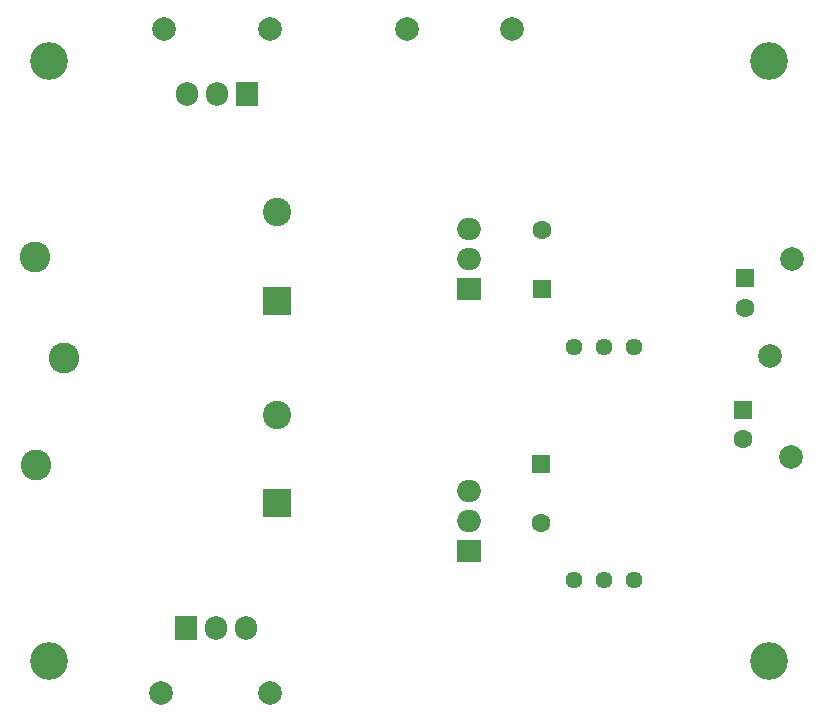
<source format=gbr>
G04 #@! TF.GenerationSoftware,KiCad,Pcbnew,(5.1.10-0-10_14)*
G04 #@! TF.CreationDate,2021-10-12T19:37:20+02:00*
G04 #@! TF.ProjectId,lv-lownoise-psu,6c762d6c-6f77-46e6-9f69-73652d707375,rev?*
G04 #@! TF.SameCoordinates,Original*
G04 #@! TF.FileFunction,Soldermask,Bot*
G04 #@! TF.FilePolarity,Negative*
%FSLAX46Y46*%
G04 Gerber Fmt 4.6, Leading zero omitted, Abs format (unit mm)*
G04 Created by KiCad (PCBNEW (5.1.10-0-10_14)) date 2021-10-12 19:37:20*
%MOMM*%
%LPD*%
G01*
G04 APERTURE LIST*
%ADD10C,1.440000*%
%ADD11C,2.000000*%
%ADD12C,1.600000*%
%ADD13R,1.600000X1.600000*%
%ADD14O,2.000000X1.905000*%
%ADD15R,2.000000X1.905000*%
%ADD16O,1.905000X2.000000*%
%ADD17R,1.905000X2.000000*%
%ADD18C,2.400000*%
%ADD19R,2.400000X2.400000*%
%ADD20C,2.600000*%
%ADD21C,3.200000*%
G04 APERTURE END LIST*
D10*
X134620000Y-77025500D03*
X132080000Y-77025500D03*
X129540000Y-77025500D03*
X134620000Y-57277000D03*
X132080000Y-57277000D03*
X129540000Y-57277000D03*
D11*
X148018500Y-49784000D03*
D12*
X143891000Y-65087500D03*
D13*
X143891000Y-62587500D03*
D12*
X144018000Y-53935000D03*
D13*
X144018000Y-51435000D03*
D12*
X126746000Y-72183000D03*
D13*
X126746000Y-67183000D03*
D12*
X126809500Y-47324000D03*
D13*
X126809500Y-52324000D03*
D11*
X94551500Y-86550500D03*
X103822500Y-86550500D03*
X103822500Y-30353000D03*
X94869000Y-30353000D03*
X124333000Y-30353000D03*
X115379500Y-30353000D03*
X147955000Y-66548000D03*
X146113500Y-58039000D03*
D14*
X120650000Y-69469000D03*
X120650000Y-72009000D03*
D15*
X120650000Y-74549000D03*
D14*
X120650000Y-47244000D03*
X120650000Y-49784000D03*
D15*
X120650000Y-52324000D03*
D16*
X101790500Y-81089500D03*
X99250500Y-81089500D03*
D17*
X96710500Y-81089500D03*
D16*
X96774000Y-35814000D03*
X99314000Y-35814000D03*
D17*
X101854000Y-35814000D03*
D18*
X104394000Y-62992000D03*
D19*
X104394000Y-70492000D03*
D18*
X104394000Y-45840000D03*
D19*
X104394000Y-53340000D03*
D20*
X83921600Y-49631600D03*
X86360000Y-58166000D03*
X83972400Y-67259200D03*
D21*
X146050000Y-33020000D03*
X146050000Y-83820000D03*
X85090000Y-83820000D03*
X85090000Y-33020000D03*
M02*

</source>
